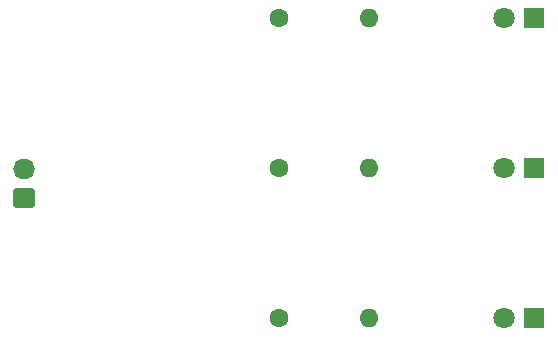
<source format=gbr>
%TF.GenerationSoftware,KiCad,Pcbnew,(6.0.7)*%
%TF.CreationDate,2022-08-16T13:58:00+09:00*%
%TF.ProjectId,test,74657374-2e6b-4696-9361-645f70636258,rev?*%
%TF.SameCoordinates,Original*%
%TF.FileFunction,Soldermask,Top*%
%TF.FilePolarity,Negative*%
%FSLAX46Y46*%
G04 Gerber Fmt 4.6, Leading zero omitted, Abs format (unit mm)*
G04 Created by KiCad (PCBNEW (6.0.7)) date 2022-08-16 13:58:00*
%MOMM*%
%LPD*%
G01*
G04 APERTURE LIST*
G04 Aperture macros list*
%AMRoundRect*
0 Rectangle with rounded corners*
0 $1 Rounding radius*
0 $2 $3 $4 $5 $6 $7 $8 $9 X,Y pos of 4 corners*
0 Add a 4 corners polygon primitive as box body*
4,1,4,$2,$3,$4,$5,$6,$7,$8,$9,$2,$3,0*
0 Add four circle primitives for the rounded corners*
1,1,$1+$1,$2,$3*
1,1,$1+$1,$4,$5*
1,1,$1+$1,$6,$7*
1,1,$1+$1,$8,$9*
0 Add four rect primitives between the rounded corners*
20,1,$1+$1,$2,$3,$4,$5,0*
20,1,$1+$1,$4,$5,$6,$7,0*
20,1,$1+$1,$6,$7,$8,$9,0*
20,1,$1+$1,$8,$9,$2,$3,0*%
G04 Aperture macros list end*
%ADD10C,1.600000*%
%ADD11O,1.600000X1.600000*%
%ADD12RoundRect,0.250000X0.675000X-0.600000X0.675000X0.600000X-0.675000X0.600000X-0.675000X-0.600000X0*%
%ADD13O,1.850000X1.700000*%
%ADD14R,1.800000X1.800000*%
%ADD15C,1.800000*%
G04 APERTURE END LIST*
D10*
%TO.C,R1*%
X133350000Y-78740000D03*
D11*
X140970000Y-78740000D03*
%TD*%
D12*
%TO.C,J1*%
X111760000Y-81280000D03*
D13*
X111760000Y-78780000D03*
%TD*%
D10*
%TO.C,R3*%
X133350000Y-91440000D03*
D11*
X140970000Y-91440000D03*
%TD*%
%TO.C,R2*%
X140970000Y-66040000D03*
D10*
X133350000Y-66040000D03*
%TD*%
D14*
%TO.C,D3*%
X154940000Y-91440000D03*
D15*
X152400000Y-91440000D03*
%TD*%
D14*
%TO.C,D2*%
X154940000Y-66040000D03*
D15*
X152400000Y-66040000D03*
%TD*%
D14*
%TO.C,D1*%
X154940000Y-78740000D03*
D15*
X152400000Y-78740000D03*
%TD*%
M02*

</source>
